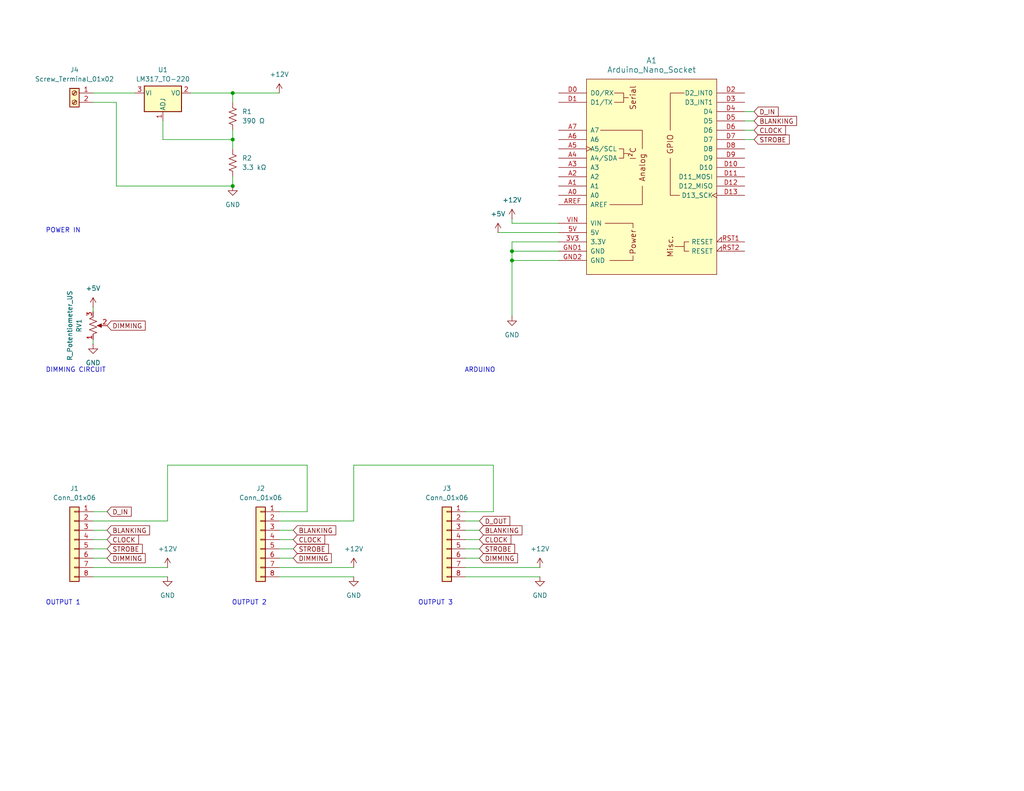
<source format=kicad_sch>
(kicad_sch (version 20231120) (generator "eeschema") (generator_version "8.0")
  (paper "USLetter")
  (title_block (title "Numitron Control") (rev "1"))
  (lib_symbols
    (symbol "Connector:Screw_Terminal_01x02" (pin_names (offset 1.016) hide)
      (property "Reference" "J" (at 0 2.54 0))
      (property "Value" "Screw_Terminal_01x02" (at 0 -5.08 0))
      (symbol "Screw_Terminal_01x02_1_1"
        (rectangle (start -1.27 1.27) (end 1.27 -3.81) (stroke (width 0.254)) (fill (type background)))
        (circle (center 0 -2.54) (radius 0.635) (stroke (width 0.1524)))
        (polyline (pts (xy -0.5334 -2.2098) (xy 0.3302 -3.048)) (stroke (width 0.1524)))
        (polyline (pts (xy -0.5334 0.3302) (xy 0.3302 -0.508)) (stroke (width 0.1524)))
        (polyline (pts (xy -0.3556 -2.032) (xy 0.508 -2.8702)) (stroke (width 0.1524)))
        (polyline (pts (xy -0.3556 0.508) (xy 0.508 -0.3302)) (stroke (width 0.1524)))
        (circle (center 0 0) (radius 0.635) (stroke (width 0.1524)))
        (pin passive line (at -5.08 0 0) (length 3.81) (name "Pin_1") (number "1"))
        (pin passive line (at -5.08 -2.54 0) (length 3.81) (name "Pin_2") (number "2"))
      )
    )
    (symbol "Connector_Generic:Conn_01x08" (pin_names (offset 1.016) hide)
      (property "Reference" "J" (at 0 10.16 0))
      (property "Value" "Conn_01x08" (at 0 -12.7 0))
      (symbol "Conn_01x08_1_1"
        (rectangle (start -1.27 -10.033) (end 0 -10.287) (stroke (width 0.1524)))
        (rectangle (start -1.27 -7.493) (end 0 -7.747) (stroke (width 0.1524)))
        (rectangle (start -1.27 -4.953) (end 0 -5.207) (stroke (width 0.1524)))
        (rectangle (start -1.27 -2.413) (end 0 -2.667) (stroke (width 0.1524)))
        (rectangle (start -1.27 0.127) (end 0 -0.127) (stroke (width 0.1524)))
        (rectangle (start -1.27 2.667) (end 0 2.413) (stroke (width 0.1524)))
        (rectangle (start -1.27 5.207) (end 0 4.953) (stroke (width 0.1524)))
        (rectangle (start -1.27 7.747) (end 0 7.493) (stroke (width 0.1524)))
        (rectangle (start -1.27 8.89) (end 1.27 -11.43) (stroke (width 0.254)) (fill (type background)))
        (pin passive line (at -5.08 7.62 0) (length 3.81) (name "Pin_1") (number "1"))
        (pin passive line (at -5.08 5.08 0) (length 3.81) (name "Pin_2") (number "2"))
        (pin passive line (at -5.08 2.54 0) (length 3.81) (name "Pin_3") (number "3"))
        (pin passive line (at -5.08 0 0) (length 3.81) (name "Pin_4") (number "4"))
        (pin passive line (at -5.08 -2.54 0) (length 3.81) (name "Pin_5") (number "5"))
        (pin passive line (at -5.08 -5.08 0) (length 3.81) (name "Pin_6") (number "6"))
        (pin passive line (at -5.08 -7.62 0) (length 3.81) (name "Pin_7") (number "7"))
        (pin passive line (at -5.08 -10.16 0) (length 3.81) (name "Pin_8") (number "8"))
      )
    )
    (symbol "Device:R_Potentiometer_US" (pin_names (offset 1.016) hide)
      (property "Reference" "RV" (at -4.445 0 90))
      (property "Value" "R_Potentiometer_US" (at -2.54 0 90))
      (symbol "R_Potentiometer_US_0_1"
        (polyline (pts (xy 0 -2.286) (xy 0 -2.54)))
        (polyline (pts (xy 0 2.54) (xy 0 2.286)))
        (polyline (pts (xy 2.54 0) (xy 1.524 0)))
        (polyline (pts (xy 1.143 0) (xy 2.286 0.508) (xy 2.286 -0.508) (xy 1.143 0)) (fill (type outline)))
        (polyline (pts (xy 0 -0.762) (xy 1.016 -1.143) (xy 0 -1.524) (xy -1.016 -1.905) (xy 0 -2.286)))
        (polyline (pts (xy 0 0.762) (xy 1.016 0.381) (xy 0 0) (xy -1.016 -0.381) (xy 0 -0.762)))
        (polyline (pts (xy 0 2.286) (xy 1.016 1.905) (xy 0 1.524) (xy -1.016 1.143) (xy 0 0.762)))
      )
      (symbol "R_Potentiometer_US_1_1"
        (pin passive line (at 0 3.81 270) (length 1.27) (name "1") (number "1"))
        (pin passive line (at 3.81 0 180) (length 1.27) (name "2") (number "2"))
        (pin passive line (at 0 -3.81 90) (length 1.27) (name "3") (number "3"))
      )
    )
    (symbol "Device:R_US" (pin_numbers hide) (pin_names (offset 0))
      (property "Reference" "R" (at 2.54 0 90))
      (property "Value" "R_US" (at -2.54 0 90))
      (symbol "R_US_0_1"
        (polyline (pts (xy 0 -2.286) (xy 0 -2.54)))
        (polyline (pts (xy 0 2.286) (xy 0 2.54)))
        (polyline (pts (xy 0 -0.762) (xy 1.016 -1.143) (xy 0 -1.524) (xy -1.016 -1.905) (xy 0 -2.286)))
        (polyline (pts (xy 0 0.762) (xy 1.016 0.381) (xy 0 0) (xy -1.016 -0.381) (xy 0 -0.762)))
        (polyline (pts (xy 0 2.286) (xy 1.016 1.905) (xy 0 1.524) (xy -1.016 1.143) (xy 0 0.762)))
      )
      (symbol "R_US_1_1"
        (pin passive line (at 0 3.81 270) (length 1.27) (name "~") (number "1"))
        (pin passive line (at 0 -3.81 90) (length 1.27) (name "~") (number "2"))
      )
    )
    (symbol "PCM_arduino-library:Arduino_Nano_Socket" (pin_names (offset 1.016))
      (property "Reference" "A" (at 0 33.02 0))
      (property "Value" "Arduino_Nano_Socket" (at 0 29.21 0))
      (symbol "Arduino_Nano_Socket_0_0"
        (rectangle (start -17.78 26.67) (end 17.78 -26.67) (fill (type background)))
        (polyline (pts (xy -7.62 6.35) (xy -6.35 6.35)))
        (polyline (pts (xy -7.62 21.59) (xy -6.35 21.59)))
        (polyline (pts (xy 8.89 -19.05) (xy 6.35 -19.05)))
        (polyline (pts (xy -11.43 -22.86) (xy -5.08 -22.86) (xy -5.08 -21.59)))
        (polyline (pts (xy -5.08 -13.97) (xy -5.08 -12.7) (xy -12.7 -12.7)))
        (polyline (pts (xy -10.16 22.86) (xy -7.62 22.86) (xy -7.62 20.32) (xy -10.16 20.32)))
        (polyline (pts (xy -8.89 7.62) (xy -7.62 7.62) (xy -7.62 5.08) (xy -8.89 5.08)))
        (text "Analog" (at -2.54 2.54 900) (effects (font (size 1.524 1.524))))
        (text "I²C" (at -5.08 6.35 900) (effects (font (size 1.524 1.524))))
        (text "Misc." (at 5.08 -19.05 900) (effects (font (size 1.524 1.524))))
        (text "Power" (at -5.08 -17.78 900) (effects (font (size 1.524 1.524))))
        (text "Serial" (at -5.08 21.59 900) (effects (font (size 1.524 1.524))))
      )
      (symbol "Arduino_Nano_Socket_0_1"
        (polyline (pts (xy -13.97 12.7) (xy -2.54 12.7) (xy -2.54 7.62)))
        (polyline (pts (xy -11.43 -7.62) (xy -2.54 -7.62) (xy -2.54 -2.54)))
        (polyline (pts (xy 7.62 -5.08) (xy 5.08 -5.08) (xy 5.08 5.08)))
        (polyline (pts (xy 8.89 22.86) (xy 5.08 22.86) (xy 5.08 12.7)))
        (polyline (pts (xy 10.16 -17.78) (xy 8.89 -17.78) (xy 8.89 -20.32) (xy 10.16 -20.32)))
      )
      (symbol "Arduino_Nano_Socket_1_0"
        (text "GPIO" (at 5.08 8.89 900) (effects (font (size 1.524 1.524))))
      )
      (symbol "Arduino_Nano_Socket_1_1"
        (pin power_out line (at -25.4 -17.78 0) (length 7.62) (name "3.3V") (number "3V3"))
        (pin power_in line (at -25.4 -15.24 0) (length 7.62) (name "5V") (number "5V"))
        (pin bidirectional line (at -25.4 -5.08 0) (length 7.62) (name "A0") (number "A0"))
        (pin bidirectional line (at -25.4 -2.54 0) (length 7.62) (name "A1") (number "A1"))
        (pin bidirectional line (at -25.4 0 0) (length 7.62) (name "A2") (number "A2"))
        (pin bidirectional line (at -25.4 2.54 0) (length 7.62) (name "A3") (number "A3"))
        (pin bidirectional line (at -25.4 5.08 0) (length 7.62) (name "A4/SDA") (number "A4"))
        (pin bidirectional clock (at -25.4 7.62 0) (length 7.62) (name "A5/SCL") (number "A5"))
        (pin input line (at -25.4 10.16 0) (length 7.62) (name "A6") (number "A6"))
        (pin input line (at -25.4 12.7 0) (length 7.62) (name "A7") (number "A7"))
        (pin input line (at -25.4 -7.62 0) (length 7.62) (name "AREF") (number "AREF"))
        (pin bidirectional line (at -25.4 22.86 0) (length 7.62) (name "D0/RX") (number "D0"))
        (pin bidirectional line (at -25.4 20.32 0) (length 7.62) (name "D1/TX") (number "D1"))
        (pin bidirectional line (at 25.4 2.54 180) (length 7.62) (name "D10") (number "D10"))
        (pin bidirectional line (at 25.4 0 180) (length 7.62) (name "D11_MOSI") (number "D11"))
        (pin bidirectional line (at 25.4 -2.54 180) (length 7.62) (name "D12_MISO") (number "D12"))
        (pin bidirectional clock (at 25.4 -5.08 180) (length 7.62) (name "D13_SCK") (number "D13"))
        (pin bidirectional line (at 25.4 22.86 180) (length 7.62) (name "D2_INT0") (number "D2"))
        (pin bidirectional line (at 25.4 20.32 180) (length 7.62) (name "D3_INT1") (number "D3"))
        (pin bidirectional line (at 25.4 17.78 180) (length 7.62) (name "D4") (number "D4"))
        (pin bidirectional line (at 25.4 15.24 180) (length 7.62) (name "D5") (number "D5"))
        (pin bidirectional line (at 25.4 12.7 180) (length 7.62) (name "D6") (number "D6"))
        (pin bidirectional line (at 25.4 10.16 180) (length 7.62) (name "D7") (number "D7"))
        (pin bidirectional line (at 25.4 7.62 180) (length 7.62) (name "D8") (number "D8"))
        (pin bidirectional line (at 25.4 5.08 180) (length 7.62) (name "D9") (number "D9"))
        (pin power_in line (at -25.4 -20.32 0) (length 7.62) (name "GND") (number "GND1"))
        (pin power_in line (at -25.4 -22.86 0) (length 7.62) (name "GND") (number "GND2"))
        (pin open_collector input_low (at 25.4 -17.78 180) (length 7.62) (name "RESET") (number "RST1"))
        (pin open_collector input_low (at 25.4 -20.32 180) (length 7.62) (name "RESET") (number "RST2"))
        (pin power_in line (at -25.4 -12.7 0) (length 7.62) (name "VIN") (number "VIN"))
      )
    )
    (symbol "Regulator_Linear:LM317_TO-220" (pin_names (offset 0.254))
      (property "Reference" "U" (at -3.81 3.175 0))
      (property "Value" "LM317_TO-220" (at 0 3.175 0))
      (symbol "LM317_TO-220_0_1"
        (rectangle (start -5.08 1.905) (end 5.08 -5.08) (stroke (width 0.254)) (fill (type background)))
      )
      (symbol "LM317_TO-220_1_1"
        (pin input line (at 0 -7.62 90) (length 2.54) (name "ADJ") (number "1"))
        (pin power_out line (at 7.62 0 180) (length 2.54) (name "VO") (number "2"))
        (pin power_in line (at -7.62 0 0) (length 2.54) (name "VI") (number "3"))
      )
    )
    (symbol "power:+12V" (power) (pin_numbers hide) (pin_names (offset 0) hide)
      (property "Value" "+12V" (at 0 3.556 0))
      (symbol "+12V_0_1"
        (polyline (pts (xy -0.762 1.27) (xy 0 2.54)))
        (polyline (pts (xy 0 0) (xy 0 2.54)))
        (polyline (pts (xy 0 2.54) (xy 0.762 1.27)))
      )
      (symbol "+12V_1_1"
        (pin power_in line (at 0 0 90) (length 0) (name "~") (number "1"))
      )
    )
    (symbol "power:+5V" (power) (pin_numbers hide) (pin_names (offset 0) hide)
      (property "Value" "+5V" (at 0 3.556 0))
      (symbol "+5V_0_1"
        (polyline (pts (xy -0.762 1.27) (xy 0 2.54)))
        (polyline (pts (xy 0 0) (xy 0 2.54)))
        (polyline (pts (xy 0 2.54) (xy 0.762 1.27)))
      )
      (symbol "+5V_1_1"
        (pin power_in line (at 0 0 90) (length 0) (name "~") (number "1"))
      )
    )
    (symbol "power:GND" (power) (pin_numbers hide) (pin_names (offset 0) hide)
      (property "Value" "GND" (at 0 -3.81 0))
      (symbol "GND_0_1"
        (polyline (pts (xy 0 0) (xy 0 -1.27) (xy 1.27 -1.27) (xy 0 -2.54) (xy -1.27 -1.27) (xy 0 -1.27)))
      )
      (symbol "GND_1_1"
        (pin power_in line (at 0 0 270) (length 0) (name "~") (number "1"))
      )
    )
  )
  (junction (at 63.5 50.8))
  (junction (at 139.7 71.12))
  (junction (at 139.7 68.58))
  (junction (at 63.5 25.4))
  (junction (at 63.5 38.1))
  (wire (pts (xy 31.75 50.8) (xy 63.5 50.8)))
  (wire (pts (xy 83.82 139.7) (xy 83.82 127)))
  (wire (pts (xy 127 139.7) (xy 134.62 139.7)))
  (wire (pts (xy 25.4 157.48) (xy 45.72 157.48)))
  (wire (pts (xy 96.52 127) (xy 96.52 142.24)))
  (wire (pts (xy 134.62 139.7) (xy 134.62 127)))
  (wire (pts (xy 52.07 25.4) (xy 63.5 25.4)))
  (wire (pts (xy 25.4 139.7) (xy 29.21 139.7)))
  (wire (pts (xy 76.2 157.48) (xy 96.52 157.48)))
  (wire (pts (xy 203.2 38.1) (xy 205.74 38.1)))
  (wire (pts (xy 139.7 60.96) (xy 152.4 60.96)))
  (wire (pts (xy 76.2 142.24) (xy 96.52 142.24)))
  (wire (pts (xy 139.7 71.12) (xy 139.7 68.58)))
  (wire (pts (xy 25.4 144.78) (xy 29.21 144.78)))
  (wire (pts (xy 127 149.86) (xy 130.81 149.86)))
  (wire (pts (xy 31.75 27.94) (xy 25.4 27.94)))
  (wire (pts (xy 25.4 142.24) (xy 45.72 142.24)))
  (wire (pts (xy 139.7 59.69) (xy 139.7 60.96)))
  (wire (pts (xy 25.4 25.4) (xy 36.83 25.4)))
  (wire (pts (xy 127 142.24) (xy 130.81 142.24)))
  (wire (pts (xy 205.74 30.48) (xy 203.2 30.48)))
  (wire (pts (xy 25.4 93.98) (xy 25.4 92.71)))
  (wire (pts (xy 139.7 68.58) (xy 139.7 66.04)))
  (wire (pts (xy 63.5 40.64) (xy 63.5 38.1)))
  (wire (pts (xy 44.45 38.1) (xy 63.5 38.1)))
  (wire (pts (xy 83.82 127) (xy 45.72 127)))
  (wire (pts (xy 139.7 66.04) (xy 152.4 66.04)))
  (wire (pts (xy 135.89 63.5) (xy 152.4 63.5)))
  (wire (pts (xy 25.4 85.09) (xy 25.4 83.82)))
  (wire (pts (xy 76.2 152.4) (xy 80.01 152.4)))
  (wire (pts (xy 31.75 27.94) (xy 31.75 50.8)))
  (wire (pts (xy 127 152.4) (xy 130.81 152.4)))
  (wire (pts (xy 63.5 50.8) (xy 63.5 48.26)))
  (wire (pts (xy 139.7 86.36) (xy 139.7 71.12)))
  (wire (pts (xy 76.2 147.32) (xy 80.01 147.32)))
  (wire (pts (xy 127 144.78) (xy 130.81 144.78)))
  (wire (pts (xy 25.4 152.4) (xy 29.21 152.4)))
  (wire (pts (xy 127 147.32) (xy 130.81 147.32)))
  (wire (pts (xy 25.4 147.32) (xy 29.21 147.32)))
  (wire (pts (xy 45.72 127) (xy 45.72 142.24)))
  (wire (pts (xy 203.2 33.02) (xy 205.74 33.02)))
  (wire (pts (xy 63.5 27.94) (xy 63.5 25.4)))
  (wire (pts (xy 25.4 154.94) (xy 45.72 154.94)))
  (wire (pts (xy 44.45 33.02) (xy 44.45 38.1)))
  (wire (pts (xy 25.4 149.86) (xy 29.21 149.86)))
  (wire (pts (xy 76.2 154.94) (xy 96.52 154.94)))
  (wire (pts (xy 127 154.94) (xy 147.32 154.94)))
  (wire (pts (xy 139.7 71.12) (xy 152.4 71.12)))
  (wire (pts (xy 127 157.48) (xy 147.32 157.48)))
  (wire (pts (xy 76.2 149.86) (xy 80.01 149.86)))
  (wire (pts (xy 63.5 35.56) (xy 63.5 38.1)))
  (wire (pts (xy 76.2 144.78) (xy 80.01 144.78)))
  (wire (pts (xy 139.7 68.58) (xy 152.4 68.58)))
  (wire (pts (xy 134.62 127) (xy 96.52 127)))
  (wire (pts (xy 203.2 35.56) (xy 205.74 35.56)))
  (wire (pts (xy 76.2 139.7) (xy 83.82 139.7)))
  (wire (pts (xy 76.2 25.4) (xy 63.5 25.4)))
  (text "OUTPUT 2" (at 63.246 165.354 0) (effects (font (size 1.27 1.27)) (justify left bottom)))
  (text "ARDUINO" (at 126.746 101.854 0) (effects (font (size 1.27 1.27)) (justify left bottom)))
  (text "OUTPUT 3" (at 114.046 165.354 0) (effects (font (size 1.27 1.27)) (justify left bottom)))
  (text "DIMMING CIRCUIT" (at 12.446 101.854 0) (effects (font (size 1.27 1.27)) (justify left bottom)))
  (text "POWER IN" (at 12.446 63.754 0) (effects (font (size 1.27 1.27)) (justify left bottom)))
  (text "OUTPUT 1" (at 12.446 165.354 0) (effects (font (size 1.27 1.27)) (justify left bottom)))
  (global_label "D_OUT" (shape input) (at 130.81 142.24 0) (property "Intersheetrefs" "${INTERSHEET_REFS}" (effects (hide yes))))
  (global_label "BLANKING" (shape input) (at 130.81 144.78 0) (property "Intersheetrefs" "${INTERSHEET_REFS}" (effects (hide yes))))
  (global_label "CLOCK" (shape input) (at 130.81 147.32 0) (property "Intersheetrefs" "${INTERSHEET_REFS}" (effects (hide yes))))
  (global_label "BLANKING" (shape input) (at 29.21 144.78 0) (property "Intersheetrefs" "${INTERSHEET_REFS}" (effects (hide yes))))
  (global_label "BLANKING" (shape input) (at 80.01 144.78 0) (property "Intersheetrefs" "${INTERSHEET_REFS}" (effects (hide yes))))
  (global_label "BLANKING" (shape input) (at 205.74 33.02 0) (property "Intersheetrefs" "${INTERSHEET_REFS}" (effects (hide yes))))
  (global_label "STROBE" (shape input) (at 205.74 38.1 0) (property "Intersheetrefs" "${INTERSHEET_REFS}" (effects (hide yes))))
  (global_label "STROBE" (shape input) (at 130.81 149.86 0) (property "Intersheetrefs" "${INTERSHEET_REFS}" (effects (hide yes))))
  (global_label "STROBE" (shape input) (at 29.21 149.86 0) (property "Intersheetrefs" "${INTERSHEET_REFS}" (effects (hide yes))))
  (global_label "DIMMING" (shape input) (at 29.21 152.4 0) (property "Intersheetrefs" "${INTERSHEET_REFS}" (effects (hide yes))))
  (global_label "CLOCK" (shape input) (at 29.21 147.32 0) (property "Intersheetrefs" "${INTERSHEET_REFS}" (effects (hide yes))))
  (global_label "DIMMING" (shape input) (at 80.01 152.4 0) (property "Intersheetrefs" "${INTERSHEET_REFS}" (effects (hide yes))))
  (global_label "CLOCK" (shape input) (at 205.74 35.56 0) (property "Intersheetrefs" "${INTERSHEET_REFS}" (effects (hide yes))))
  (global_label "CLOCK" (shape input) (at 80.01 147.32 0) (property "Intersheetrefs" "${INTERSHEET_REFS}" (effects (hide yes))))
  (global_label "STROBE" (shape input) (at 80.01 149.86 0) (property "Intersheetrefs" "${INTERSHEET_REFS}" (effects (hide yes))))
  (global_label "DIMMING" (shape input) (at 130.81 152.4 0) (property "Intersheetrefs" "${INTERSHEET_REFS}" (effects (hide yes))))
  (global_label "DIMMING" (shape input) (at 29.21 88.9 0) (property "Intersheetrefs" "${INTERSHEET_REFS}" (effects (hide yes))))
  (global_label "D_IN" (shape input) (at 205.74 30.48 0) (property "Intersheetrefs" "${INTERSHEET_REFS}" (effects (hide yes))))
  (global_label "D_IN" (shape input) (at 29.21 139.7 0) (property "Intersheetrefs" "${INTERSHEET_REFS}" (effects (hide yes))))
  (symbol (lib_id "power:+12V") (at 139.7 59.69 0) (unit 1)
    (property "Reference" "#PWR01" (effects (hide yes)))
    (property "Value" "+12V" (at 139.7 54.61 0))
    (property "Description" "Power symbol creates a global label with name \"+12V\"" (effects (hide yes)))
  )
  (symbol (lib_id "power:GND") (at 96.52 157.48 0) (unit 1)
    (property "Reference" "#PWR06" (effects (hide yes)))
    (property "Value" "GND" (at 96.52 162.56 0))
    (property "Description" "Power symbol creates a global label with name \"GND\" , ground" (effects (hide yes)))
  )
  (symbol (lib_id "Device:R_US") (at 63.5 44.45 0) (unit 1)
    (property "Reference" "R2" (at 66.04 43.1799 0) (effects (justify left)))
    (property "Value" "3.3 kΩ" (at 66.04 45.7199 0) (effects (justify left)))
    (property "Description" "Resistor, US symbol" (effects (hide yes)))
  )
  (symbol (lib_id "power:+12V") (at 96.52 154.94 0) (unit 1)
    (property "Reference" "#PWR05" (effects (hide yes)))
    (property "Value" "+12V" (at 96.52 149.86 0))
    (property "Description" "Power symbol creates a global label with name \"+12V\"" (effects (hide yes)))
  )
  (symbol (lib_id "power:+12V") (at 76.2 25.4 0) (unit 1)
    (property "Reference" "#PWR011" (effects (hide yes)))
    (property "Value" "+12V" (at 76.2 20.32 0))
    (property "Description" "Power symbol creates a global label with name \"+12V\"" (effects (hide yes)))
  )
  (symbol (lib_id "Device:R_US") (at 63.5 31.75 0) (unit 1)
    (property "Reference" "R1" (at 66.04 30.4799 0) (effects (justify left)))
    (property "Value" "390 Ω" (at 66.04 33.0199 0) (effects (justify left)))
    (property "Description" "Resistor, US symbol" (effects (hide yes)))
  )
  (symbol (lib_id "power:+5V") (at 135.89 63.5 0) (unit 1)
    (property "Reference" "#PWR09" (effects (hide yes)))
    (property "Value" "+5V" (at 135.89 58.42 0))
    (property "Description" "Power symbol creates a global label with name \"+5V\"" (effects (hide yes)))
  )
  (symbol (lib_id "Regulator_Linear:LM317_TO-220") (at 44.45 25.4 0) (unit 1)
    (property "Reference" "U1" (at 44.45 19.05 0))
    (property "Value" "LM317_TO-220" (at 44.45 21.59 0))
    (property "Footprint" "Package_TO_SOT_THT:TO-220-3_Vertical" (effects (hide yes)))
    (property "Datasheet" "http://www.ti.com/lit/ds/symlink/lm317.pdf" (effects (hide yes)))
    (property "Description" "1.5A 35V Adjustable Linear Regulator, TO-220" (effects (hide yes)))
  )
  (symbol (lib_id "Connector_Generic:Conn_01x08") (at 121.92 147.32 0) (mirror y) (unit 1)
    (property "Reference" "J3" (at 121.92 133.35 0))
    (property "Value" "Conn_01x06" (at 121.92 135.89 0))
    (property "Footprint" "Library:61200821621" (effects (hide yes)))
    (property "Datasheet" "https://www.we-online.com/katalog/datasheet/66100211722.pdf" (effects (hide yes)))
    (property "Description" "CONN HEADER R/A 8POS 2.54MM" (effects (hide yes)))
    (property "Manufacturer_Name" "Würth Elektronik" (effects (hide yes)))
    (property "Manufacturer_Part_Number" "66100811722" (effects (hide yes)))
  )
  (symbol (lib_id "Device:R_Potentiometer_US") (at 25.4 88.9 0) (mirror x) (unit 1)
    (property "Reference" "RV1" (at 21.59 88.9 90))
    (property "Value" "R_Potentiometer_US" (at 19.05 88.9 90))
    (property "Description" "Potentiometer, US symbol" (effects (hide yes)))
  )
  (symbol (lib_id "PCM_arduino-library:Arduino_Nano_Socket") (at 177.8 48.26 0) (unit 1)
    (property "Reference" "A1" (at 177.8 16.51 0) (effects (font (size 1.524 1.524))))
    (property "Value" "Arduino_Nano_Socket" (at 177.8 19.05 0) (effects (font (size 1.524 1.524))))
    (property "Footprint" "PCM_arduino-library:Arduino_Nano_Socket" (effects (hide yes)))
    (property "Datasheet" "https://docs.arduino.cc/hardware/nano" (effects (hide yes)))
    (property "Description" "Socket for Arduino Nano" (effects (hide yes)))
  )
  (symbol (lib_id "Connector_Generic:Conn_01x08") (at 20.32 147.32 0) (mirror y) (unit 1)
    (property "Reference" "J1" (at 20.32 133.35 0))
    (property "Value" "Conn_01x06" (at 20.32 135.89 0))
    (property "Footprint" "Library:61200821621" (effects (hide yes)))
    (property "Datasheet" "https://www.we-online.com/katalog/datasheet/66100211722.pdf" (effects (hide yes)))
    (property "Description" "CONN HEADER R/A 8POS 2.54MM" (effects (hide yes)))
    (property "Manufacturer_Name" "Würth Elektronik" (effects (hide yes)))
    (property "Manufacturer_Part_Number" "66100811722" (effects (hide yes)))
  )
  (symbol (lib_id "power:+12V") (at 147.32 154.94 0) (unit 1)
    (property "Reference" "#PWR07" (effects (hide yes)))
    (property "Value" "+12V" (at 147.32 149.86 0))
    (property "Description" "Power symbol creates a global label with name \"+12V\"" (effects (hide yes)))
  )
  (symbol (lib_id "power:GND") (at 45.72 157.48 0) (unit 1)
    (property "Reference" "#PWR04" (effects (hide yes)))
    (property "Value" "GND" (at 45.72 162.56 0))
    (property "Description" "Power symbol creates a global label with name \"GND\" , ground" (effects (hide yes)))
  )
  (symbol (lib_id "power:GND") (at 147.32 157.48 0) (unit 1)
    (property "Reference" "#PWR08" (effects (hide yes)))
    (property "Value" "GND" (at 147.32 162.56 0))
    (property "Description" "Power symbol creates a global label with name \"GND\" , ground" (effects (hide yes)))
  )
  (symbol (lib_id "power:GND") (at 63.5 50.8 0) (unit 1)
    (property "Reference" "#PWR012" (effects (hide yes)))
    (property "Value" "GND" (at 63.5 55.88 0))
    (property "Description" "Power symbol creates a global label with name \"GND\" , ground" (effects (hide yes)))
  )
  (symbol (lib_id "power:GND") (at 139.7 86.36 0) (unit 1)
    (property "Reference" "#PWR02" (effects (hide yes)))
    (property "Value" "GND" (at 139.7 91.44 0))
    (property "Description" "Power symbol creates a global label with name \"GND\" , ground" (effects (hide yes)))
  )
  (symbol (lib_id "power:GND") (at 25.4 93.98 0) (unit 1)
    (property "Reference" "#PWR010" (effects (hide yes)))
    (property "Value" "GND" (at 25.4 99.06 0))
    (property "Description" "Power symbol creates a global label with name \"GND\" , ground" (effects (hide yes)))
  )
  (symbol (lib_id "power:+5V") (at 25.4 83.82 0) (unit 1)
    (property "Reference" "#PWR013" (effects (hide yes)))
    (property "Value" "+5V" (at 25.4 78.74 0))
    (property "Description" "Power symbol creates a global label with name \"+5V\"" (effects (hide yes)))
  )
  (symbol (lib_id "Connector_Generic:Conn_01x08") (at 71.12 147.32 0) (mirror y) (unit 1)
    (property "Reference" "J2" (at 71.12 133.35 0))
    (property "Value" "Conn_01x06" (at 71.12 135.89 0))
    (property "Footprint" "Library:61200821621" (effects (hide yes)))
    (property "Datasheet" "https://www.we-online.com/katalog/datasheet/66100211722.pdf" (effects (hide yes)))
    (property "Description" "CONN HEADER R/A 8POS 2.54MM" (effects (hide yes)))
    (property "Manufacturer_Name" "Würth Elektronik" (effects (hide yes)))
    (property "Manufacturer_Part_Number" "66100811722" (effects (hide yes)))
  )
  (symbol (lib_id "power:+12V") (at 45.72 154.94 0) (unit 1)
    (property "Reference" "#PWR03" (effects (hide yes)))
    (property "Value" "+12V" (at 45.72 149.86 0))
    (property "Description" "Power symbol creates a global label with name \"+12V\"" (effects (hide yes)))
  )
  (symbol (lib_id "Connector:Screw_Terminal_01x02") (at 20.32 25.4 0) (mirror y) (unit 1)
    (property "Reference" "J4" (at 20.32 19.05 0))
    (property "Value" "Screw_Terminal_01x02" (at 20.32 21.59 0))
    (property "Description" "Generic screw terminal, single row, 01x02, script generated (kicad-library-utils/schlib/autogen/connector/)" (effects (hide yes)))
  )
)
</source>
